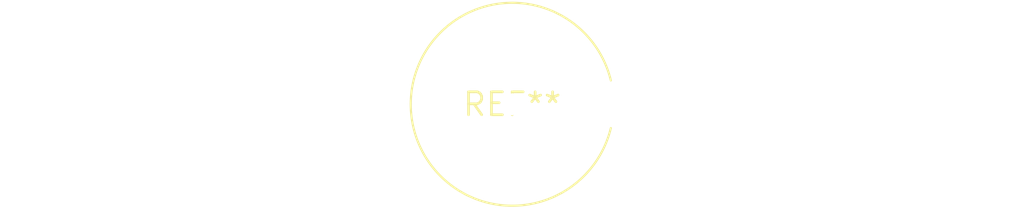
<source format=kicad_pcb>
(kicad_pcb (version 20240108) (generator pcbnew)
  (layers (0 "F.Cu" signal) (31 "B.Cu" signal) (34 "B.Paste" user) (35 "F.Paste" user) (36 "B.SilkS" user "B.Silkscreen") (37 "F.SilkS" user "F.Silkscreen") (38 "B.Mask" user) (39 "F.Mask" user) (44 "Edge.Cuts" user))
  (net 0 "")
  (footprint "L_Axial_L26.0mm_D11.0mm_P5.08mm_Vertical_Fastron_77A" (layer "F.Cu") (at 0 0)
    (property "Reference" "REF**")
    (property "Value" "L_Axial_L26.0mm_D11.0mm_P5.08mm_Vertical_Fastron_77A")
    (fp_arc (start 5.462783 1.32) (mid -5.62 0) (end 5.462783 -1.32) (layer "F.SilkS") (stroke (width 0.12)))
    (pad "1" thru_hole circle (at 0 0) (size 2.4 2.4) (drill 1.2) (layers *.Cu *.Mask) (remove_unused_layers))
    (pad "2" thru_hole oval (at 5.08 0) (size 2.4 2.4) (drill 1.2) (layers *.Cu *.Mask) (remove_unused_layers))
  )
)
</source>
